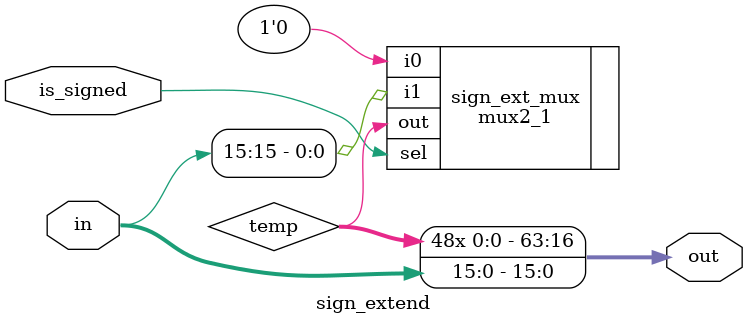
<source format=sv>
`timescale 1ps/1ps



module sign_extend #(parameter IMMLENGTH = 16) (in, is_signed, out);
	input logic [IMMLENGTH-1:0] in;
	input logic is_signed; 
	output logic [63:0] out;
	
	logic temp;
	
	initial assert (IMMLENGTH > 0);
	
	assign out[IMMLENGTH-1:0] = in[IMMLENGTH-1:0];
	
	mux2_1 sign_ext_mux (.out(temp), .i0(1'b0), .i1(in[IMMLENGTH-1]), .sel(is_signed));
	
	genvar i;
	generate
		for(i=IMMLENGTH; i<64; i++) begin : ThisMuxInput
			assign out[i] = temp;
		end
	endgenerate
	
	
endmodule

</source>
